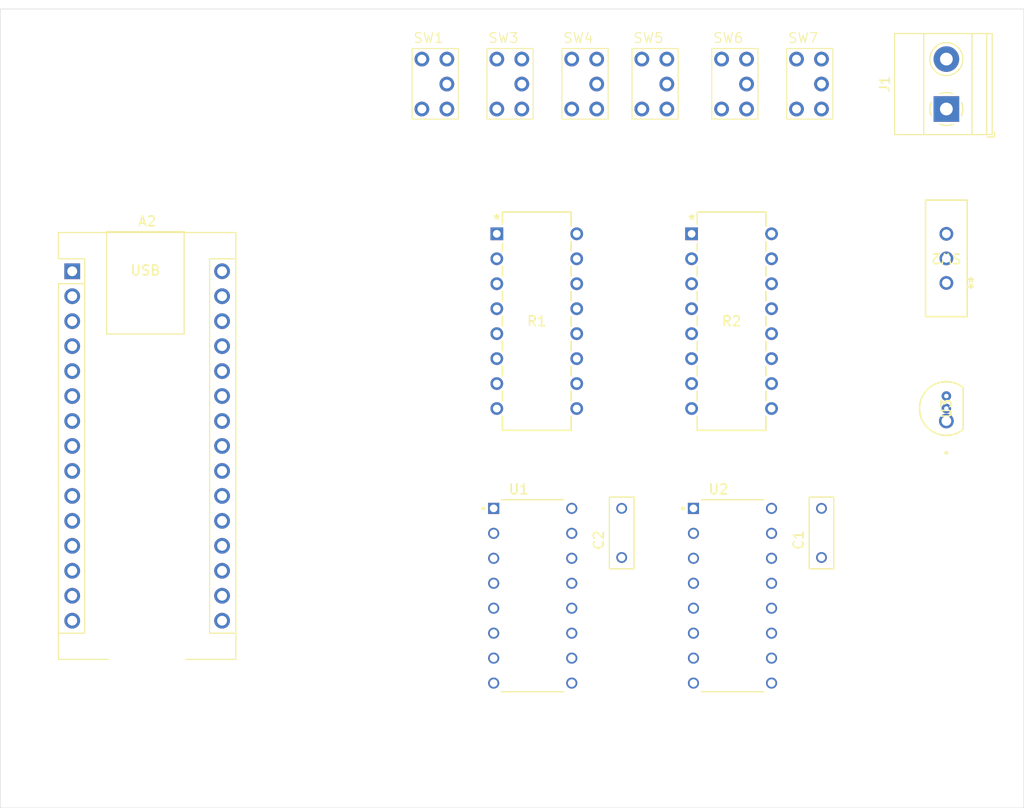
<source format=kicad_pcb>
(kicad_pcb (version 20240108) (generator "pcbnew") (generator_version "8.0")
  (title_block (title "Piano project proto") (date "2024-11-06") (rev "Rev 1"))
  (layers (0 "F.Cu" signal) (31 "B.Cu" signal) (34 "B.Paste" user) (35 "F.Paste" user) (36 "B.SilkS" user "B.Silkscreen") (37 "F.SilkS" user "F.Silkscreen") (38 "B.Mask" user) (39 "F.Mask" user) (44 "Edge.Cuts" user))
  (net 0 "")
  (net 4 "GND")
  (net 11 "Net-(A2-SDA{slash}A4)")
  (net 12 "Net-(A2-D3)")
  (net 16 "Net-(A2-VIN)")
  (net 18 "VCC")
  (net 19 "Net-(J1-Pin_1)")
  (net 20 "Net-(SW6-COM)")
  (net 21 "Net-(SW7-COM)")
  (net 23 "Net-(SW3-COM)")
  (net 24 "Net-(SW4-COM)")
  (net 26 "Net-(SW5-COM)")
  (net 27 "Net-(SW1-COM)")
  (net 28 "Net-(SW4-NO)")
  (net 29 "Net-(SW6-NO)")
  (net 30 "Net-(SW1-NO)")
  (net 33 "Net-(SW5-NO)")
  (net 34 "Net-(SW7-NO)")
  (net 35 "Net-(SW3-NO)")
  (net 40 "Net-(A2-A2)")
  (net 42 "Net-(A2-A3)")
  (net 45 "Net-(A2-D2)")
  (net 50 "Net-(A2-A0)")
  (footprint "4116R_1_472LF:BO_4116R" (layer "F.Cu") (at 121.412 43.18)
    (property "Reference" "R2" (at 4.064 8.89 0) (layer "F.SilkS"))
    (property "Value" "4116R-1-472LF")
    (fp_line (start 0.5715 -2.2225) (end 0.5715 -0.98044) (stroke (width 0.1524)) (layer "F.SilkS"))
    (fp_line (start 0.5715 0.98044) (end 0.5715 1.743351) (stroke (width 0.1524)) (layer "F.SilkS"))
    (fp_line (start 0.5715 3.336649) (end 0.5715 4.283351) (stroke (width 0.1524)) (layer "F.SilkS"))
    (fp_line (start 0.5715 5.876649) (end 0.5715 6.823351) (stroke (width 0.1524)) (layer "F.SilkS"))
    (fp_line (start 0.5715 8.416649) (end 0.5715 9.363351) (stroke (width 0.1524)) (layer "F.SilkS"))
    (fp_line (start 0.5715 10.956649) (end 0.5715 11.903351) (stroke (width 0.1524)) (layer "F.SilkS"))
    (fp_line (start 0.5715 13.496649) (end 0.5715 14.443351) (stroke (width 0.1524)) (layer "F.SilkS"))
    (fp_line (start 0.5715 16.036649) (end 0.5715 16.983351) (stroke (width 0.1524)) (layer "F.SilkS"))
    (fp_line (start 0.5715 18.576649) (end 0.5715 20.0025) (stroke (width 0.1524)) (layer "F.SilkS"))
    (fp_line (start 0.5715 20.0025) (end 7.5565 20.0025) (stroke (width 0.1524)) (layer "F.SilkS"))
    (fp_line (start 7.5565 -2.2225) (end 0.5715 -2.2225) (stroke (width 0.1524)) (layer "F.SilkS"))
    (fp_line (start 7.5565 -0.796649) (end 7.5565 -2.2225) (stroke (width 0.1524)) (layer "F.SilkS"))
    (fp_line (start 7.5565 1.743351) (end 7.5565 0.796649) (stroke (width 0.1524)) (layer "F.SilkS"))
    (fp_line (start 7.5565 4.283351) (end 7.5565 3.336649) (stroke (width 0.1524)) (layer "F.SilkS"))
    (fp_line (start 7.5565 6.823351) (end 7.5565 5.876649) (stroke (width 0.1524)) (layer "F.SilkS"))
    (fp_line (start 7.5565 9.363351) (end 7.5565 8.416649) (stroke (width 0.1524)) (layer "F.SilkS"))
    (fp_line (start 7.5565 11.903351) (end 7.5565 10.956649) (stroke (width 0.1524)) (layer "F.SilkS"))
    (fp_line (start 7.5565 14.443351) (end 7.5565 13.496649) (stroke (width 0.1524)) (layer "F.SilkS"))
    (fp_line (start 7.5565 16.983351) (end 7.5565 16.036649) (stroke (width 0.1524)) (layer "F.SilkS"))
    (fp_line (start 7.5565 20.0025) (end 7.5565 18.576649) (stroke (width 0.1524)) (layer "F.SilkS"))
    (fp_text user "*" (at 0 -1.4097 0) (layer "F.SilkS"))
    (fp_text user "*" (at 0 -1.4097 0) (layer "F.SilkS"))
    (pad "1" thru_hole rect (at 0 0) (size 1.2954 1.2954) (drill 0.7874) (layers "*.Cu" "*.Mask") (net 34 "Net-(SW7-NO)"))
    (pad "2" thru_hole circle (at 0 2.54) (size 1.2954 1.2954) (drill 0.7874) (layers "*.Cu" "*.Mask") (net 29 "Net-(SW6-NO)"))
    (pad "3" thru_hole circle (at 0 5.08) (size 1.2954 1.2954) (drill 0.7874) (layers "*.Cu" "*.Mask") (net 33 "Net-(SW5-NO)"))
    (pad "4" thru_hole circle (at 0 7.62) (size 1.2954 1.2954) (drill 0.7874) (layers "*.Cu" "*.Mask") (net 28 "Net-(SW4-NO)"))
    (pad "5" thru_hole circle (at 0 10.16) (size 1.2954 1.2954) (drill 0.7874) (layers "*.Cu" "*.Mask") (net 35 "Net-(SW3-NO)"))
    (pad "6" thru_hole circle (at 0 12.7) (size 1.2954 1.2954) (drill 0.7874) (layers "*.Cu" "*.Mask") (net 30 "Net-(SW1-NO)"))
    (pad "7" thru_hole circle (at 0 15.24) (size 1.2954 1.2954) (drill 0.7874) (layers "*.Cu" "*.Mask"))
    (pad "8" thru_hole circle (at 0 17.78) (size 1.2954 1.2954) (drill 0.7874) (layers "*.Cu" "*.Mask"))
    (pad "9" thru_hole circle (at 8.128 17.78) (size 1.2954 1.2954) (drill 0.7874) (layers "*.Cu" "*.Mask") (net 18 "VCC"))
    (pad "10" thru_hole circle (at 8.128 15.24) (size 1.2954 1.2954) (drill 0.7874) (layers "*.Cu" "*.Mask") (net 18 "VCC"))
    (pad "11" thru_hole circle (at 8.128 12.7) (size 1.2954 1.2954) (drill 0.7874) (layers "*.Cu" "*.Mask") (net 18 "VCC"))
    (pad "12" thru_hole circle (at 8.128 10.16) (size 1.2954 1.2954) (drill 0.7874) (layers "*.Cu" "*.Mask") (net 18 "VCC"))
    (pad "13" thru_hole circle (at 8.128 7.62) (size 1.2954 1.2954) (drill 0.7874) (layers "*.Cu" "*.Mask") (net 18 "VCC"))
    (pad "14" thru_hole circle (at 8.128 5.08) (size 1.2954 1.2954) (drill 0.7874) (layers "*.Cu" "*.Mask") (net 18 "VCC"))
    (pad "15" thru_hole circle (at 8.128 2.54) (size 1.2954 1.2954) (drill 0.7874) (layers "*.Cu" "*.Mask") (net 18 "VCC"))
    (pad "16" thru_hole circle (at 8.128 0) (size 1.2954 1.2954) (drill 0.7874) (layers "*.Cu" "*.Mask") (net 18 "VCC"))
  )
  (footprint "Library_jpm:Switch_Push_SPDT_800USP8P1A1M2RE" (layer "F.Cu") (at 93.98 25.4)
    (property "Reference" "SW1" (at 0.675 -2.15 0) (layer "F.SilkS") (effects (font (thickness 0.1))))
    (property "Value" "800USP8P1A1M2RE")
    (fp_rect (start -1 -1.075) (end 3.7 6.11) (stroke (width 0.1)) (fill none) (layer "F.SilkS"))
    (pad "1" thru_hole circle (at 0 0) (size 1.5 1.5) (drill 0.9) (layers "*.Cu" "*.Mask"))
    (pad "3" thru_hole circle (at 0 5.08) (size 1.5 1.5) (drill 0.9) (layers "*.Cu" "*.Mask"))
    (pad "4" thru_hole circle (at 2.54 5.08) (size 1.5 1.5) (drill 0.9) (layers "*.Cu" "*.Mask") (net 30 "Net-(SW1-NO)"))
    (pad "5" thru_hole circle (at 2.54 2.54) (size 1.5 1.5) (drill 0.9) (layers "*.Cu" "*.Mask") (net 27 "Net-(SW1-COM)"))
    (pad "6" thru_hole circle (at 2.54 0) (size 1.5 1.5) (drill 0.9) (layers "*.Cu" "*.Mask") (net 18 "VCC"))
  )
  (footprint "MCP1700_5002E_TO:TO-92_MC_MCH" (layer "F.Cu") (at 147.32 62.23 90)
    (property "Reference" "U3" (at 1.27 0 90) (layer "F.SilkS"))
    (property "Value" "MCP1700-5002E/TO")
    (fp_line (start -0.793506 1.7145) (end 3.333506 1.7145) (stroke (width 0.1524)) (layer "F.SilkS"))
    (fp_arc (start 4.0005 0.000001) (mid 3.855041 0.879313) (end 3.434164 1.66494) (stroke (width 0.1524)) (layer "F.SilkS"))
    (fp_arc (start -0.894167 1.664936) (mid 0.39069 -2.585042) (end 4.0005 0) (stroke (width 0.1524)) (layer "F.SilkS"))
    (fp_circle (center -3.2385 0) (end -3.1115 0) (stroke (width 0.1524)) (fill none) (layer "F.SilkS"))
    (pad "1" thru_hole circle (at 0 0 90) (size 1.4986 1.4986) (drill 0.9906) (layers "*.Cu" "*.Mask") (net 4 "GND"))
    (pad "2" thru_hole circle (at 1.27 0 90) (size 0.9652 0.9652) (drill 0.4572) (layers "*.Cu" "*.Mask") (net 16 "Net-(A2-VIN)"))
    (pad "3" thru_hole circle (at 2.54 0 90) (size 0.9652 0.9652) (drill 0.4572) (layers "*.Cu" "*.Mask") (net 18 "VCC"))
  )
  (footprint "Library_jpm:Switch_Push_SPDT_800USP8P1A1M2RE" (layer "F.Cu") (at 101.6 25.4)
    (property "Reference" "SW3" (at 0.675 -2.15 0) (layer "F.SilkS") (effects (font (thickness 0.1))))
    (property "Value" "800USP8P1A1M2RE")
    (fp_rect (start -1 -1.075) (end 3.7 6.11) (stroke (width 0.1)) (fill none) (layer "F.SilkS"))
    (pad "1" thru_hole circle (at 0 0) (size 1.5 1.5) (drill 0.9) (layers "*.Cu" "*.Mask"))
    (pad "3" thru_hole circle (at 0 5.08) (size 1.5 1.5) (drill 0.9) (layers "*.Cu" "*.Mask"))
    (pad "4" thru_hole circle (at 2.54 5.08) (size 1.5 1.5) (drill 0.9) (layers "*.Cu" "*.Mask") (net 35 "Net-(SW3-NO)"))
    (pad "5" thru_hole circle (at 2.54 2.54) (size 1.5 1.5) (drill 0.9) (layers "*.Cu" "*.Mask") (net 23 "Net-(SW3-COM)"))
    (pad "6" thru_hole circle (at 2.54 0) (size 1.5 1.5) (drill 0.9) (layers "*.Cu" "*.Mask") (net 18 "VCC"))
  )
  (footprint "Module:Arduino_Nano" (layer "F.Cu") (at 58.42 46.99)
    (property "Reference" "A2" (at 7.62 -5.08 0) (layer "F.SilkS"))
    (property "Value" "Arduino_Nano_Every")
    (fp_line (start -1.4 -3.94) (end -1.4 -1.27) (stroke (width 0.12)) (layer "F.SilkS"))
    (fp_line (start -1.4 1.27) (end -1.4 39.5) (stroke (width 0.12)) (layer "F.SilkS"))
    (fp_line (start -1.4 39.5) (end 3.68 39.5) (stroke (width 0.12)) (layer "F.SilkS"))
    (fp_line (start 1.27 -1.27) (end -1.4 -1.27) (stroke (width 0.12)) (layer "F.SilkS"))
    (fp_line (start 1.27 1.27) (end -1.4 1.27) (stroke (width 0.12)) (layer "F.SilkS"))
    (fp_line (start 1.27 1.27) (end 1.27 -1.27) (stroke (width 0.12)) (layer "F.SilkS"))
    (fp_line (start 1.27 1.27) (end 1.27 36.83) (stroke (width 0.12)) (layer "F.SilkS"))
    (fp_line (start 1.27 36.83) (end -1.4 36.83) (stroke (width 0.12)) (layer "F.SilkS"))
    (fp_line (start 3.5 -4.03) (end 11.38 -4.03) (stroke (width 0.12)) (layer "F.SilkS"))
    (fp_line (start 3.5 6.39) (end 3.5 -4.03) (stroke (width 0.12)) (layer "F.SilkS"))
    (fp_line (start 11.38 -4.03) (end 11.38 6.39) (stroke (width 0.12)) (layer "F.SilkS"))
    (fp_line (start 11.38 6.39) (end 3.5 6.39) (stroke (width 0.12)) (layer "F.SilkS"))
    (fp_line (start 13.97 -1.27) (end 13.97 36.83) (stroke (width 0.12)) (layer "F.SilkS"))
    (fp_line (start 13.97 -1.27) (end 16.64 -1.27) (stroke (width 0.12)) (layer "F.SilkS"))
    (fp_line (start 13.97 36.83) (end 16.64 36.83) (stroke (width 0.12)) (layer "F.SilkS"))
    (fp_line (start 16.64 -3.94) (end -1.4 -3.94) (stroke (width 0.12)) (layer "F.SilkS"))
    (fp_line (start 16.64 39.5) (end 11.56 39.5) (stroke (width 0.12)) (layer "F.SilkS"))
    (fp_line (start 16.64 39.5) (end 16.64 -3.94) (stroke (width 0.12)) (layer "F.SilkS"))
    (fp_text user "USB" (at 7.44 -0.09 0) (layer "F.SilkS"))
    (pad "1" thru_hole rect (at 0 0) (size 1.6 1.6) (drill 1) (layers "*.Cu" "*.Mask"))
    (pad "2" thru_hole oval (at 0 2.54) (size 1.6 1.6) (drill 1) (layers "*.Cu" "*.Mask"))
    (pad "3" thru_hole oval (at 0 5.08) (size 1.6 1.6) (drill 1) (layers "*.Cu" "*.Mask"))
    (pad "4" thru_hole oval (at 0 7.62) (size 1.6 1.6) (drill 1) (layers "*.Cu" "*.Mask") (net 50 "Net-(A2-A0)"))
    (pad "5" thru_hole oval (at 0 10.16) (size 1.6 1.6) (drill 1) (layers "*.Cu" "*.Mask"))
    (pad "6" thru_hole oval (at 0 12.7) (size 1.6 1.6) (drill 1) (layers "*.Cu" "*.Mask") (net 40 "Net-(A2-A2)"))
    (pad "7" thru_hole oval (at 0 15.24) (size 1.6 1.6) (drill 1) (layers "*.Cu" "*.Mask") (net 42 "Net-(A2-A3)"))
    (pad "8" thru_hole oval (at 0 17.78) (size 1.6 1.6) (drill 1) (layers "*.Cu" "*.Mask") (net 11 "Net-(A2-SDA{slash}A4)"))
    (pad "9" thru_hole oval (at 0 20.32) (size 1.6 1.6) (drill 1) (layers "*.Cu" "*.Mask"))
    (pad "10" thru_hole oval (at 0 22.86) (size 1.6 1.6) (drill 1) (layers "*.Cu" "*.Mask"))
    (pad "11" thru_hole oval (at 0 25.4) (size 1.6 1.6) (drill 1) (layers "*.Cu" "*.Mask"))
    (pad "12" thru_hole oval (at 0 27.94) (size 1.6 1.6) (drill 1) (layers "*.Cu" "*.Mask"))
    (pad "13" thru_hole oval (at 0 30.48) (size 1.6 1.6) (drill 1) (layers "*.Cu" "*.Mask"))
    (pad "14" thru_hole oval (at 0 33.02) (size 1.6 1.6) (drill 1) (layers "*.Cu" "*.Mask") (net 4 "GND"))
    (pad "15" thru_hole oval (at 0 35.56) (size 1.6 1.6) (drill 1) (layers "*.Cu" "*.Mask") (net 16 "Net-(A2-VIN)"))
    (pad "16" thru_hole oval (at 15.24 35.56) (size 1.6 1.6) (drill 1) (layers "*.Cu" "*.Mask"))
    (pad "17" thru_hole oval (at 15.24 33.02) (size 1.6 1.6) (drill 1) (layers "*.Cu" "*.Mask"))
    (pad "18" thru_hole oval (at 15.24 30.48) (size 1.6 1.6) (drill 1) (layers "*.Cu" "*.Mask"))
    (pad "19" thru_hole oval (at 15.24 27.94) (size 1.6 1.6) (drill 1) (layers "*.Cu" "*.Mask") (net 4 "GND"))
    (pad "20" thru_hole oval (at 15.24 25.4) (size 1.6 1.6) (drill 1) (layers "*.Cu" "*.Mask") (net 45 "Net-(A2-D2)"))
    (pad "21" thru_hole oval (at 15.24 22.86) (size 1.6 1.6) (drill 1) (layers "*.Cu" "*.Mask") (net 12 "Net-(A2-D3)"))
    (pad "22" thru_hole oval (at 15.24 20.32) (size 1.6 1.6) (drill 1) (layers "*.Cu" "*.Mask"))
    (pad "23" thru_hole oval (at 15.24 17.78) (size 1.6 1.6) (drill 1) (layers "*.Cu" "*.Mask"))
    (pad "24" thru_hole oval (at 15.24 15.24) (size 1.6 1.6) (drill 1) (layers "*.Cu" "*.Mask"))
    (pad "25" thru_hole oval (at 15.24 12.7) (size 1.6 1.6) (drill 1) (layers "*.Cu" "*.Mask"))
    (pad "26" thru_hole oval (at 15.24 10.16) (size 1.6 1.6) (drill 1) (layers "*.Cu" "*.Mask"))
    (pad "27" thru_hole oval (at 15.24 7.62) (size 1.6 1.6) (drill 1) (layers "*.Cu" "*.Mask"))
    (pad "28" thru_hole oval (at 15.24 5.08) (size 1.6 1.6) (drill 1) (layers "*.Cu" "*.Mask"))
    (pad "29" thru_hole oval (at 15.24 2.54) (size 1.6 1.6) (drill 1) (layers "*.Cu" "*.Mask"))
    (pad "30" thru_hole oval (at 15.24 0) (size 1.6 1.6) (drill 1) (layers "*.Cu" "*.Mask"))
  )
  (footprint "B32529C0102K289:CAPRR500W50L730T250H650" (layer "F.Cu") (at 134.62 73.62 90)
    (property "Reference" "C1" (at -0.725 -2.335 90) (layer "F.SilkS"))
    (property "Value" "B32529C0102K289")
    (fp_line (start 3.65 -1.25) (end 3.65 1.25) (stroke (width 0.127)) (layer "F.SilkS"))
    (fp_line (start -3.65 -1.25) (end 3.65 -1.25) (stroke (width 0.127)) (layer "F.SilkS"))
    (fp_line (start -3.65 -1.25) (end -3.65 1.25) (stroke (width 0.127)) (layer "F.SilkS"))
    (fp_line (start -3.65 1.25) (end 3.65 1.25) (stroke (width 0.127)) (layer "F.SilkS"))
    (pad "1" thru_hole circle (at -2.5 0 90) (size 1.1 1.1) (drill 0.75) (layers "*.Cu" "*.Mask") (net 4 "GND"))
    (pad "2" thru_hole circle (at 2.5 0 90) (size 1.1 1.1) (drill 0.75) (layers "*.Cu" "*.Mask") (net 18 "VCC"))
  )
  (footprint "CD74HCT251E:DIP794W45P254L1969H508Q16" (layer "F.Cu") (at 105.25 80.01)
    (property "Reference" "U1" (at -1.425 -10.835 0) (layer "F.SilkS"))
    (property "Value" "CD74HCT251E")
    (fp_line (start -3.175 -9.775) (end 3.175 -9.775) (stroke (width 0.127)) (layer "F.SilkS"))
    (fp_line (start -3.175 9.775) (end 3.175 9.775) (stroke (width 0.127)) (layer "F.SilkS"))
    (fp_circle (center -5.035 -8.89) (end -4.935 -8.89) (stroke (width 0.2)) (fill none) (layer "F.SilkS"))
    (pad "1" thru_hole rect (at -3.97 -8.89) (size 1.13 1.13) (drill 0.78) (layers "*.Cu" "*.Mask") (net 26 "Net-(SW5-COM)"))
    (pad "2" thru_hole circle (at -3.97 -6.35) (size 1.13 1.13) (drill 0.78) (layers "*.Cu" "*.Mask") (net 24 "Net-(SW4-COM)"))
    (pad "3" thru_hole circle (at -3.97 -3.81) (size 1.13 1.13) (drill 0.78) (layers "*.Cu" "*.Mask") (net 23 "Net-(SW3-COM)"))
    (pad "4" thru_hole circle (at -3.97 -1.27) (size 1.13 1.13) (drill 0.78) (layers "*.Cu" "*.Mask") (net 27 "Net-(SW1-COM)"))
    (pad "5" thru_hole circle (at -3.97 1.27) (size 1.13 1.13) (drill 0.78) (layers "*.Cu" "*.Mask") (net 45 "Net-(A2-D2)"))
    (pad "6" thru_hole circle (at -3.97 3.81) (size 1.13 1.13) (drill 0.78) (layers "*.Cu" "*.Mask"))
    (pad "7" thru_hole circle (at -3.97 6.35) (size 1.13 1.13) (drill 0.78) (layers "*.Cu" "*.Mask") (net 50 "Net-(A2-A0)"))
    (pad "8" thru_hole circle (at -3.97 8.89) (size 1.13 1.13) (drill 0.78) (layers "*.Cu" "*.Mask") (net 4 "GND"))
    (pad "9" thru_hole circle (at 3.97 8.89) (size 1.13 1.13) (drill 0.78) (layers "*.Cu" "*.Mask") (net 11 "Net-(A2-SDA{slash}A4)"))
    (pad "10" thru_hole circle (at 3.97 6.35) (size 1.13 1.13) (drill 0.78) (layers "*.Cu" "*.Mask") (net 42 "Net-(A2-A3)"))
    (pad "11" thru_hole circle (at 3.97 3.81) (size 1.13 1.13) (drill 0.78) (layers "*.Cu" "*.Mask") (net 40 "Net-(A2-A2)"))
    (pad "12" thru_hole circle (at 3.97 1.27) (size 1.13 1.13) (drill 0.78) (layers "*.Cu" "*.Mask") (net 4 "GND"))
    (pad "13" thru_hole circle (at 3.97 -1.27) (size 1.13 1.13) (drill 0.78) (layers "*.Cu" "*.Mask") (net 4 "GND"))
    (pad "14" thru_hole circle (at 3.97 -3.81) (size 1.13 1.13) (drill 0.78) (layers "*.Cu" "*.Mask") (net 21 "Net-(SW7-COM)"))
    (pad "15" thru_hole circle (at 3.97 -6.35) (size 1.13 1.13) (drill 0.78) (layers "*.Cu" "*.Mask") (net 20 "Net-(SW6-COM)"))
    (pad "16" thru_hole circle (at 3.97 -8.89) (size 1.13 1.13) (drill 0.78) (layers "*.Cu" "*.Mask") (net 18 "VCC"))
  )
  (footprint "Library_jpm:Switch_Push_SPDT_800USP8P1A1M2RE" (layer "F.Cu") (at 124.46 25.4)
    (property "Reference" "SW6" (at 0.675 -2.15 0) (layer "F.SilkS") (effects (font (thickness 0.1))))
    (property "Value" "800USP8P1A1M2RE")
    (fp_rect (start -1 -1.075) (end 3.7 6.11) (stroke (width 0.1)) (fill none) (layer "F.SilkS"))
    (pad "1" thru_hole circle (at 0 0) (size 1.5 1.5) (drill 0.9) (layers "*.Cu" "*.Mask"))
    (pad "3" thru_hole circle (at 0 5.08) (size 1.5 1.5) (drill 0.9) (layers "*.Cu" "*.Mask"))
    (pad "4" thru_hole circle (at 2.54 5.08) (size 1.5 1.5) (drill 0.9) (layers "*.Cu" "*.Mask") (net 29 "Net-(SW6-NO)"))
    (pad "5" thru_hole circle (at 2.54 2.54) (size 1.5 1.5) (drill 0.9) (layers "*.Cu" "*.Mask") (net 20 "Net-(SW6-COM)"))
    (pad "6" thru_hole circle (at 2.54 0) (size 1.5 1.5) (drill 0.9) (layers "*.Cu" "*.Mask") (net 18 "VCC"))
  )
  (footprint "Library_jpm:Switch_Push_SPDT_800USP8P1A1M2RE" (layer "F.Cu") (at 109.22 25.4)
    (property "Reference" "SW4" (at 0.675 -2.15 0) (layer "F.SilkS") (effects (font (thickness 0.1))))
    (property "Value" "800USP8P1A1M2RE")
    (fp_rect (start -1 -1.075) (end 3.7 6.11) (stroke (width 0.1)) (fill none) (layer "F.SilkS"))
    (pad "1" thru_hole circle (at 0 0) (size 1.5 1.5) (drill 0.9) (layers "*.Cu" "*.Mask"))
    (pad "3" thru_hole circle (at 0 5.08) (size 1.5 1.5) (drill 0.9) (layers "*.Cu" "*.Mask"))
    (pad "4" thru_hole circle (at 2.54 5.08) (size 1.5 1.5) (drill 0.9) (layers "*.Cu" "*.Mask") (net 28 "Net-(SW4-NO)"))
    (pad "5" thru_hole circle (at 2.54 2.54) (size 1.5 1.5) (drill 0.9) (layers "*.Cu" "*.Mask") (net 24 "Net-(SW4-COM)"))
    (pad "6" thru_hole circle (at 2.54 0) (size 1.5 1.5) (drill 0.9) (layers "*.Cu" "*.Mask") (net 18 "VCC"))
  )
  (footprint "Library_jpm:Switch_Push_SPDT_800USP8P1A1M2RE" (layer "F.Cu") (at 116.3483 25.4)
    (property "Reference" "SW5" (at 0.675 -2.15 0) (layer "F.SilkS") (effects (font (thickness 0.1))))
    (property "Value" "800USP8P1A1M2RE")
    (fp_rect (start -1 -1.075) (end 3.7 6.11) (stroke (width 0.1)) (fill none) (layer "F.SilkS"))
    (pad "1" thru_hole circle (at 0 0) (size 1.5 1.5) (drill 0.9) (layers "*.Cu" "*.Mask"))
    (pad "3" thru_hole circle (at 0 5.08) (size 1.5 1.5) (drill 0.9) (layers "*.Cu" "*.Mask"))
    (pad "4" thru_hole circle (at 2.54 5.08) (size 1.5 1.5) (drill 0.9) (layers "*.Cu" "*.Mask") (net 33 "Net-(SW5-NO)"))
    (pad "5" thru_hole circle (at 2.54 2.54) (size 1.5 1.5) (drill 0.9) (layers "*.Cu" "*.Mask") (net 26 "Net-(SW5-COM)"))
    (pad "6" thru_hole circle (at 2.54 0) (size 1.5 1.5) (drill 0.9) (layers "*.Cu" "*.Mask") (net 18 "VCC"))
  )
  (footprint "Library_jpm:Switch_Push_SPDT_800USP8P1A1M2RE" (layer "F.Cu") (at 132.08 25.4)
    (property "Reference" "SW7" (at 0.675 -2.15 0) (layer "F.SilkS") (effects (font (thickness 0.1))))
    (property "Value" "800USP8P1A1M2RE")
    (fp_rect (start -1 -1.075) (end 3.7 6.11) (stroke (width 0.1)) (fill none) (layer "F.SilkS"))
    (pad "1" thru_hole circle (at 0 0) (size 1.5 1.5) (drill 0.9) (layers "*.Cu" "*.Mask"))
    (pad "3" thru_hole circle (at 0 5.08) (size 1.5 1.5) (drill 0.9) (layers "*.Cu" "*.Mask"))
    (pad "4" thru_hole circle (at 2.54 5.08) (size 1.5 1.5) (drill 0.9) (layers "*.Cu" "*.Mask") (net 34 "Net-(SW7-NO)"))
    (pad "5" thru_hole circle (at 2.54 2.54) (size 1.5 1.5) (drill 0.9) (layers "*.Cu" "*.Mask") (net 21 "Net-(SW7-COM)"))
    (pad "6" thru_hole circle (at 2.54 0) (size 1.5 1.5) (drill 0.9) (layers "*.Cu" "*.Mask") (net 18 "VCC"))
  )
  (footprint "B32529C0102K289:CAPRR500W50L730T250H650" (layer "F.Cu") (at 114.3 73.62 90)
    (property "Reference" "C2" (at -0.725 -2.335 90) (layer "F.SilkS"))
    (property "Value" "B32529C0102K289")
    (fp_line (start 3.65 -1.25) (end 3.65 1.25) (stroke (width 0.127)) (layer "F.SilkS"))
    (fp_line (start -3.65 -1.25) (end 3.65 -1.25) (stroke (width 0.127)) (layer "F.SilkS"))
    (fp_line (start -3.65 -1.25) (end -3.65 1.25) (stroke (width 0.127)) (layer "F.SilkS"))
    (fp_line (start -3.65 1.25) (end 3.65 1.25) (stroke (width 0.127)) (layer "F.SilkS"))
    (pad "1" thru_hole circle (at -2.5 0 90) (size 1.1 1.1) (drill 0.75) (layers "*.Cu" "*.Mask") (net 4 "GND"))
    (pad "2" thru_hole circle (at 2.5 0 90) (size 1.1 1.1) (drill 0.75) (layers "*.Cu" "*.Mask") (net 18 "VCC"))
  )
  (footprint "4116R_1_102LF:BO_4116R" (layer "F.Cu") (at 101.6 43.18)
    (property "Reference" "R1" (at 4.064 8.89 0) (layer "F.SilkS"))
    (property "Value" "4116R-1-102LF")
    (fp_line (start 0.5715 -2.2225) (end 0.5715 -0.98044) (stroke (width 0.1524)) (layer "F.SilkS"))
    (fp_line (start 0.5715 0.98044) (end 0.5715 1.743351) (stroke (width 0.1524)) (layer "F.SilkS"))
    (fp_line (start 0.5715 3.336649) (end 0.5715 4.283351) (stroke (width 0.1524)) (layer "F.SilkS"))
    (fp_line (start 0.5715 5.876649) (end 0.5715 6.823351) (stroke (width 0.1524)) (layer "F.SilkS"))
    (fp_line (start 0.5715 8.416649) (end 0.5715 9.363351) (stroke (width 0.1524)) (layer "F.SilkS"))
    (fp_line (start 0.5715 10.956649) (end 0.5715 11.903351) (stroke (width 0.1524)) (layer "F.SilkS"))
    (fp_line (start 0.5715 13.496649) (end 0.5715 14.443351) (stroke (width 0.1524)) (layer "F.SilkS"))
    (fp_line (start 0.5715 16.036649) (end 0.5715 16.983351) (stroke (width 0.1524)) (layer "F.SilkS"))
    (fp_line (start 0.5715 18.576649) (end 0.5715 20.0025) (stroke (width 0.1524)) (layer "F.SilkS"))
    (fp_line (start 0.5715 20.0025) (end 7.5565 20.0025) (stroke (width 0.1524)) (layer "F.SilkS"))
    (fp_line (start 7.5565 -2.2225) (end 0.5715 -2.2225) (stroke (width 0.1524)) (layer "F.SilkS"))
    (fp_line (start 7.5565 -0.796649) (end 7.5565 -2.2225) (stroke (width 0.1524)) (layer "F.SilkS"))
    (fp_line (start 7.5565 1.743351) (end 7.5565 0.796649) (stroke (width 0.1524)) (layer "F.SilkS"))
    (fp_line (start 7.5565 4.283351) (end 7.5565 3.336649) (stroke (width 0.1524)) (layer "F.SilkS"))
    (fp_line (start 7.5565 6.823351) (end 7.5565 5.876649) (stroke (width 0.1524)) (layer "F.SilkS"))
    (fp_line (start 7.5565 9.363351) (end 7.5565 8.416649) (stroke (width 0.1524)) (layer "F.SilkS"))
    (fp_line (start 7.5565 11.903351) (end 7.5565 10.956649) (stroke (width 0.1524)) (layer "F.SilkS"))
    (fp_line (start 7.5565 14.443351) (end 7.5565 13.496649) (stroke (width 0.1524)) (layer "F.SilkS"))
    (fp_line (start 7.5565 16.983351) (end 7.5565 16.036649) (stroke (width 0.1524)) (layer "F.SilkS"))
    (fp_line (start 7.5565 20.0025) (end 7.5565 18.576649) (stroke (width 0.1524)) (layer "F.SilkS"))
    (fp_text user "*" (at 0 -1.4097 0) (layer "F.SilkS"))
    (fp_text user "*" (at 0 -1.4097 0) (layer "F.SilkS"))
    (pad "1" thru_hole rect (at 0 0) (size 1.2954 1.2954) (drill 0.7874) (layers "*.Cu" "*.Mask") (net 27 "Net-(SW1-COM)"))
    (pad "2" thru_hole circle (at 0 2.54) (size 1.2954 1.2954) (drill 0.7874) (layers "*.Cu" "*.Mask") (net 23 "Net-(SW3-COM)"))
    (pad "3" thru_hole circle (at 0 5.08) (size 1.2954 1.2954) (drill 0.7874) (layers "*.Cu" "*.Mask") (net 24 "Net-(SW4-COM)"))
    (pad "4" thru_hole circle (at 0 7.62) (size 1.2954 1.2954) (drill 0.7874) (layers "*.Cu" "*.Mask") (net 26 "Net-(SW5-COM)"))
    (pad "5" thru_hole circle (at 0 10.16) (size 1.2954 1.2954) (drill 0.7874) (layers "*.Cu" "*.Mask") (net 20 "Net-(SW6-COM)"))
    (pad "6" thru_hole circle (at 0 12.7) (size 1.2954 1.2954) (drill 0.7874) (layers "*.Cu" "*.Mask") (net 21 "Net-(SW7-COM)"))
    (pad "7" thru_hole circle (at 0 15.24) (size 1.2954 1.2954) (drill 0.7874) (layers "*.Cu" "*.Mask"))
    (pad "8" thru_hole circle (at 0 17.78) (size 1.2954 1.2954) (drill 0.7874) (layers "*.Cu" "*.Mask"))
    (pad "9" thru_hole circle (at 8.128 17.78) (size 1.2954 1.2954) (drill 0.7874) (layers "*.Cu" "*.Mask") (net 4 "GND"))
    (pad "10" thru_hole circle (at 8.128 15.24) (size 1.2954 1.2954) (drill 0.7874) (layers "*.Cu" "*.Mask") (net 4 "GND"))
    (pad "11" thru_hole circle (at 8.128 12.7) (size 1.2954 1.2954) (drill 0.7874) (layers "*.Cu" "*.Mask") (net 4 "GND"))
    (pad "12" thru_hole circle (at 8.128 10.16) (size 1.2954 1.2954) (drill 0.7874) (layers "*.Cu" "*.Mask") (net 4 "GND"))
    (pad "13" thru_hole circle (at 8.128 7.62) (size 1.2954 1.2954) (drill 0.7874) (layers "*.Cu" "*.Mask") (net 4 "GND"))
    (pad "14" thru_hole circle (at 8.128 5.08) (size 1.2954 1.2954) (drill 0.7874) (layers "*.Cu" "*.Mask") (net 4 "GND"))
    (pad "15" thru_hole circle (at 8.128 2.54) (size 1.2954 1.2954) (drill 0.7874) (layers "*.Cu" "*.Mask") (net 4 "GND"))
    (pad "16" thru_hole circle (at 8.128 0) (size 1.2954 1.2954) (drill 0.7874) (layers "*.Cu" "*.Mask") (net 4 "GND"))
  )
  (footprint "TerminalBlock_Phoenix:TerminalBlock_Phoenix_MKDS-1,5-2-5.08_1x02_P5.08mm_Horizontal" (layer "F.Cu") (at 147.32 30.48 90)
    (property "Reference" "J1" (at 2.54 -6.26 90) (layer "F.SilkS"))
    (property "Value" "Screw_Terminal_01x02")
    (fp_line (start 7.68 -5.261) (end 7.68 4.66) (stroke (width 0.12)) (layer "F.SilkS"))
    (fp_line (start -2.6 -5.261) (end 7.68 -5.261) (stroke (width 0.12)) (layer "F.SilkS"))
    (fp_line (start -2.6 -5.261) (end -2.6 4.66) (stroke (width 0.12)) (layer "F.SilkS"))
    (fp_line (start -2.6 -2.301) (end 7.68 -2.301) (stroke (width 0.12)) (layer "F.SilkS"))
    (fp_line (start 6.15 -1.275) (end 6.115 -1.239) (stroke (width 0.12)) (layer "F.SilkS"))
    (fp_line (start 6.355 -1.069) (end 6.308 -1.023) (stroke (width 0.12)) (layer "F.SilkS"))
    (fp_line (start 3.853 1.023) (end 3.806 1.069) (stroke (width 0.12)) (layer "F.SilkS"))
    (fp_line (start 4.046 1.239) (end 4.011 1.274) (stroke (width 0.12)) (layer "F.SilkS"))
    (fp_line (start -2.6 2.6) (end 7.68 2.6) (stroke (width 0.12)) (layer "F.SilkS"))
    (fp_line (start -2.6 4.1) (end 7.68 4.1) (stroke (width 0.12)) (layer "F.SilkS"))
    (fp_line (start -2.84 4.16) (end -2.84 4.9) (stroke (width 0.12)) (layer "F.SilkS"))
    (fp_line (start -2.6 4.66) (end 7.68 4.66) (stroke (width 0.12)) (layer "F.SilkS"))
    (fp_line (start -2.84 4.9) (end -2.34 4.9) (stroke (width 0.12)) (layer "F.SilkS"))
    (fp_arc (start -0.683042 -1.535427) (mid 0.000524 -1.680501) (end 0.684 -1.535) (stroke (width 0.12)) (layer "F.SilkS"))
    (fp_arc (start 1.535427 -0.683042) (mid 1.680501 0.000524) (end 1.535 0.684) (stroke (width 0.12)) (layer "F.SilkS"))
    (fp_arc (start -1.535427 0.683042) (mid -1.680501 -0.000524) (end -1.535 -0.684) (stroke (width 0.12)) (layer "F.SilkS"))
    (fp_arc (start 0.683318 1.534756) (mid 0.349292 1.643288) (end 0 1.68) (stroke (width 0.12)) (layer "F.SilkS"))
    (fp_arc (start 0.028805 1.680253) (mid -0.335551 1.646659) (end -0.684 1.535) (stroke (width 0.12)) (layer "F.SilkS"))
    (fp_circle (center 5.08 0) (end 6.76 0) (stroke (width 0.12)) (fill none) (layer "F.SilkS"))
    (pad "1" thru_hole rect (at 0 0 90) (size 2.6 2.6) (drill 1.3) (layers "*.Cu" "*.Mask") (net 19 "Net-(J1-Pin_1)"))
    (pad "2" thru_hole circle (at 5.08 0 90) (size 2.6 2.6) (drill 1.3) (layers "*.Cu" "*.Mask") (net 4 "GND"))
  )
  (footprint "footprints:SW_1218_EWI" (layer "F.Cu") (at 147.32 48.18 180)
    (property "Reference" "SW2" (at 0 2.5 180) (layer "F.SilkS"))
    (property "Value" "EG1218")
    (fp_line (start 2.1209 8.4309) (end 2.1209 -3.4309) (stroke (width 0.1524)) (layer "F.SilkS"))
    (fp_line (start 2.1209 -3.4309) (end -2.1209 -3.4309) (stroke (width 0.1524)) (layer "F.SilkS"))
    (fp_line (start -2.1209 8.4309) (end 2.1209 8.4309) (stroke (width 0.1524)) (layer "F.SilkS"))
    (fp_line (start -2.1209 -3.4309) (end -2.1209 8.4309) (stroke (width 0.1524)) (layer "F.SilkS"))
    (fp_text user "*" (at -2.5019 0 0) (layer "F.SilkS"))
    (fp_text user "*" (at -2.5019 0 180) (layer "F.SilkS"))
    (pad "1" thru_hole circle (at 0 0 180) (size 1.397 1.397) (drill 0.889) (layers "*.Cu" "*.Mask") (net 16 "Net-(A2-VIN)"))
    (pad "2" thru_hole circle (at 0 2.5 180) (size 1.397 1.397) (drill 0.889) (layers "*.Cu" "*.Mask"))
    (pad "3" thru_hole circle (at 0 5 180) (size 1.397 1.397) (drill 0.889) (layers "*.Cu" "*.Mask") (net 19 "Net-(J1-Pin_1)"))
  )
  (footprint "CD74HCT251E:DIP794W45P254L1969H508Q16" (layer "F.Cu") (at 125.57 80.01)
    (property "Reference" "U2" (at -1.425 -10.835 0) (layer "F.SilkS"))
    (property "Value" "CD74HCT251E")
    (fp_line (start -3.175 -9.775) (end 3.175 -9.775) (stroke (width 0.127)) (layer "F.SilkS"))
    (fp_line (start -3.175 9.775) (end 3.175 9.775) (stroke (width 0.127)) (layer "F.SilkS"))
    (fp_circle (center -5.035 -8.89) (end -4.935 -8.89) (stroke (width 0.2)) (fill none) (layer "F.SilkS"))
    (pad "1" thru_hole rect (at -3.97 -8.89) (size 1.13 1.13) (drill 0.78) (layers "*.Cu" "*.Mask") (net 33 "Net-(SW5-NO)"))
    (pad "2" thru_hole circle (at -3.97 -6.35) (size 1.13 1.13) (drill 0.78) (layers "*.Cu" "*.Mask") (net 28 "Net-(SW4-NO)"))
    (pad "3" thru_hole circle (at -3.97 -3.81) (size 1.13 1.13) (drill 0.78) (layers "*.Cu" "*.Mask") (net 35 "Net-(SW3-NO)"))
    (pad "4" thru_hole circle (at -3.97 -1.27) (size 1.13 1.13) (drill 0.78) (layers "*.Cu" "*.Mask") (net 30 "Net-(SW1-NO)"))
    (pad "5" thru_hole circle (at -3.97 1.27) (size 1.13 1.13) (drill 0.78) (layers "*.Cu" "*.Mask") (net 12 "Net-(A2-D3)"))
    (pad "6" thru_hole circle (at -3.97 3.81) (size 1.13 1.13) (drill 0.78) (layers "*.Cu" "*.Mask"))
    (pad "7" thru_hole circle (at -3.97 6.35) (size 1.13 1.13) (drill 0.78) (layers "*.Cu" "*.Mask") (net 50 "Net-(A2-A0)"))
    (pad "8" thru_hole circle (at -3.97 8.89) (size 1.13 1.13) (drill 0.78) (layers "*.Cu" "*.Mask") (net 4 "GND"))
    (pad "9" thru_hole circle (at 3.97 8.89) (size 1.13 1.13) (drill 0.78) (layers "*.Cu" "*.Mask") (net 11 "Net-(A2-SDA{slash}A4)"))
    (pad "10" thru_hole circle (at 3.97 6.35) (size 1.13 1.13) (drill 0.78) (layers "*.Cu" "*.Mask") (net 42 "Net-(A2-A3)"))
    (pad "11" thru_hole circle (at 3.97 3.81) (size 1.13 1.13) (drill 0.78) (layers "*.Cu" "*.Mask") (net 40 "Net-(A2-A2)"))
    (pad "12" thru_hole circle (at 3.97 1.27) (size 1.13 1.13) (drill 0.78) (layers "*.Cu" "*.Mask") (net 4 "GND"))
    (pad "13" thru_hole circle (at 3.97 -1.27) (size 1.13 1.13) (drill 0.78) (layers "*.Cu" "*.Mask") (net 4 "GND"))
    (pad "14" thru_hole circle (at 3.97 -3.81) (size 1.13 1.13) (drill 0.78) (layers "*.Cu" "*.Mask") (net 34 "Net-(SW7-NO)"))
    (pad "15" thru_hole circle (at 3.97 -6.35) (size 1.13 1.13) (drill 0.78) (layers "*.Cu" "*.Mask") (net 29 "Net-(SW6-NO)"))
    (pad "16" thru_hole circle (at 3.97 -8.89) (size 1.13 1.13) (drill 0.78) (layers "*.Cu" "*.Mask") (net 18 "VCC"))
  )
  (gr_rect (start 51.1 20.3) (end 155.2 101.6) (stroke (width 0.05)) (fill none) (layer "Edge.Cuts"))
)
</source>
